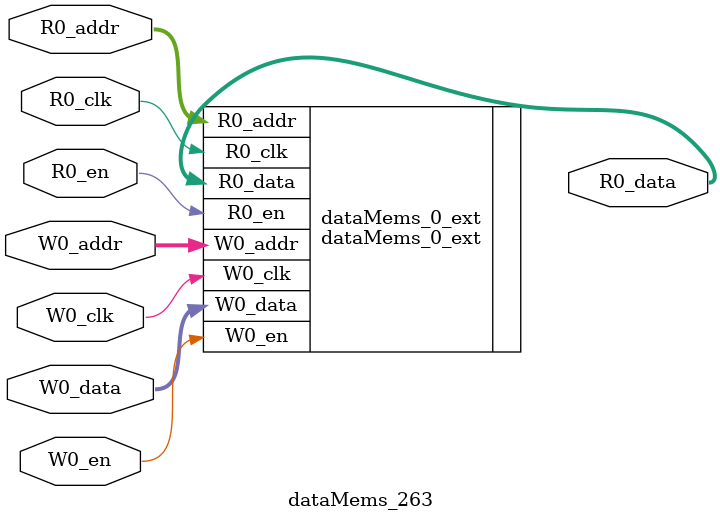
<source format=sv>
`ifndef RANDOMIZE
  `ifdef RANDOMIZE_REG_INIT
    `define RANDOMIZE
  `endif // RANDOMIZE_REG_INIT
`endif // not def RANDOMIZE
`ifndef RANDOMIZE
  `ifdef RANDOMIZE_MEM_INIT
    `define RANDOMIZE
  `endif // RANDOMIZE_MEM_INIT
`endif // not def RANDOMIZE

`ifndef RANDOM
  `define RANDOM $random
`endif // not def RANDOM

// Users can define 'PRINTF_COND' to add an extra gate to prints.
`ifndef PRINTF_COND_
  `ifdef PRINTF_COND
    `define PRINTF_COND_ (`PRINTF_COND)
  `else  // PRINTF_COND
    `define PRINTF_COND_ 1
  `endif // PRINTF_COND
`endif // not def PRINTF_COND_

// Users can define 'ASSERT_VERBOSE_COND' to add an extra gate to assert error printing.
`ifndef ASSERT_VERBOSE_COND_
  `ifdef ASSERT_VERBOSE_COND
    `define ASSERT_VERBOSE_COND_ (`ASSERT_VERBOSE_COND)
  `else  // ASSERT_VERBOSE_COND
    `define ASSERT_VERBOSE_COND_ 1
  `endif // ASSERT_VERBOSE_COND
`endif // not def ASSERT_VERBOSE_COND_

// Users can define 'STOP_COND' to add an extra gate to stop conditions.
`ifndef STOP_COND_
  `ifdef STOP_COND
    `define STOP_COND_ (`STOP_COND)
  `else  // STOP_COND
    `define STOP_COND_ 1
  `endif // STOP_COND
`endif // not def STOP_COND_

// Users can define INIT_RANDOM as general code that gets injected into the
// initializer block for modules with registers.
`ifndef INIT_RANDOM
  `define INIT_RANDOM
`endif // not def INIT_RANDOM

// If using random initialization, you can also define RANDOMIZE_DELAY to
// customize the delay used, otherwise 0.002 is used.
`ifndef RANDOMIZE_DELAY
  `define RANDOMIZE_DELAY 0.002
`endif // not def RANDOMIZE_DELAY

// Define INIT_RANDOM_PROLOG_ for use in our modules below.
`ifndef INIT_RANDOM_PROLOG_
  `ifdef RANDOMIZE
    `ifdef VERILATOR
      `define INIT_RANDOM_PROLOG_ `INIT_RANDOM
    `else  // VERILATOR
      `define INIT_RANDOM_PROLOG_ `INIT_RANDOM #`RANDOMIZE_DELAY begin end
    `endif // VERILATOR
  `else  // RANDOMIZE
    `define INIT_RANDOM_PROLOG_
  `endif // RANDOMIZE
`endif // not def INIT_RANDOM_PROLOG_

// Include register initializers in init blocks unless synthesis is set
`ifndef SYNTHESIS
  `ifndef ENABLE_INITIAL_REG_
    `define ENABLE_INITIAL_REG_
  `endif // not def ENABLE_INITIAL_REG_
`endif // not def SYNTHESIS

// Include rmemory initializers in init blocks unless synthesis is set
`ifndef SYNTHESIS
  `ifndef ENABLE_INITIAL_MEM_
    `define ENABLE_INITIAL_MEM_
  `endif // not def ENABLE_INITIAL_MEM_
`endif // not def SYNTHESIS

module dataMems_263(	// @[generators/ara/src/main/scala/UnsafeAXI4ToTL.scala:365:62]
  input  [4:0]  R0_addr,
  input         R0_en,
  input         R0_clk,
  output [66:0] R0_data,
  input  [4:0]  W0_addr,
  input         W0_en,
  input         W0_clk,
  input  [66:0] W0_data
);

  dataMems_0_ext dataMems_0_ext (	// @[generators/ara/src/main/scala/UnsafeAXI4ToTL.scala:365:62]
    .R0_addr (R0_addr),
    .R0_en   (R0_en),
    .R0_clk  (R0_clk),
    .R0_data (R0_data),
    .W0_addr (W0_addr),
    .W0_en   (W0_en),
    .W0_clk  (W0_clk),
    .W0_data (W0_data)
  );
endmodule


</source>
